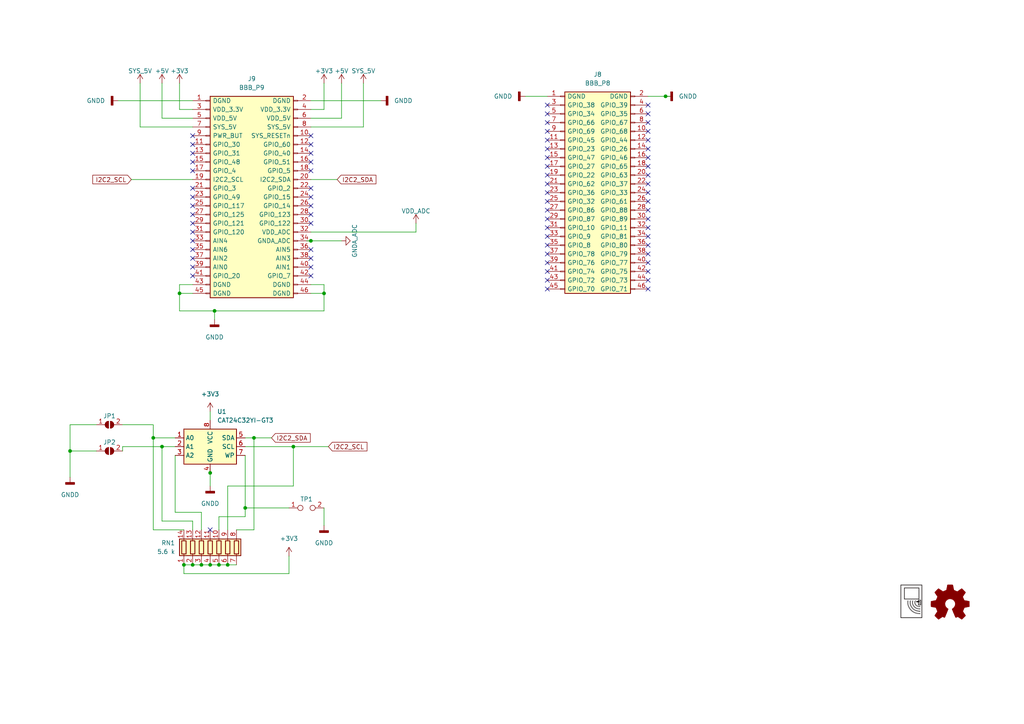
<source format=kicad_sch>
(kicad_sch (version 20211123) (generator eeschema)
  (paper "A4")
  (title_block (comment 2 "CC BY 4.0"))
  (lib_symbols
    (symbol "Beaglebone_black_p8:BBB_P8" (pin_names (offset 2))
      (property "Reference" "J" (at 8 30.48 0))
      (property "Value" "BBB_P8" (at 9 -30.48 0))
      (symbol "BBB_P8_1_1"
        (rectangle (start -2.54 -27.813) (end -1.27 -28.067) (stroke (width 0.1524)))
        (rectangle (start -2.54 -25.273) (end -1.27 -25.527) (stroke (width 0.1524)))
        (rectangle (start -2.54 -22.733) (end -1.27 -22.987) (stroke (width 0.1524)))
        (rectangle (start -2.54 -20.193) (end -1.27 -20.447) (stroke (width 0.1524)))
        (rectangle (start -2.54 -17.653) (end -1.27 -17.907) (stroke (width 0.1524)))
        (rectangle (start -2.54 -15.113) (end -1.27 -15.367) (stroke (width 0.1524)))
        (rectangle (start -2.54 -12.573) (end -1.27 -12.827) (stroke (width 0.1524)))
        (rectangle (start -2.54 -10.033) (end -1.27 -10.287) (stroke (width 0.1524)))
        (rectangle (start -2.54 -7.493) (end -1.27 -7.747) (stroke (width 0.1524)))
        (rectangle (start -2.54 -4.953) (end -1.27 -5.207) (stroke (width 0.1524)))
        (rectangle (start -2.54 -2.413) (end -1.27 -2.667) (stroke (width 0.1524)))
        (rectangle (start -2.54 0.127) (end -1.27 -0.127) (stroke (width 0.1524)))
        (rectangle (start -2.54 2.667) (end -1.27 2.413) (stroke (width 0.1524)))
        (rectangle (start -2.54 5.207) (end -1.27 4.953) (stroke (width 0.1524)))
        (rectangle (start -2.54 7.747) (end -1.27 7.493) (stroke (width 0.1524)))
        (rectangle (start -2.54 10.287) (end -1.27 10.033) (stroke (width 0.1524)))
        (rectangle (start -2.54 12.827) (end -1.27 12.573) (stroke (width 0.1524)))
        (rectangle (start -2.54 15.367) (end -1.27 15.113) (stroke (width 0.1524)))
        (rectangle (start -2.54 17.907) (end -1.27 17.653) (stroke (width 0.1524)))
        (rectangle (start -2.54 20.447) (end -1.27 20.193) (stroke (width 0.1524)))
        (rectangle (start -2.54 22.987) (end -1.27 22.733) (stroke (width 0.1524)))
        (rectangle (start -2.54 25.527) (end -1.27 25.273) (stroke (width 0.1524)))
        (rectangle (start -2.54 28.067) (end -1.27 27.813) (stroke (width 0.1524)))
        (rectangle (start -1.27 29.21) (end 17.78 -29.21) (stroke (width 0.254)) (fill (type background)))
        (rectangle (start 19.05 -27.813) (end 17.78 -28.067) (stroke (width 0.1524)))
        (rectangle (start 19.05 -25.273) (end 17.78 -25.527) (stroke (width 0.1524)))
        (rectangle (start 19.05 -22.733) (end 17.78 -22.987) (stroke (width 0.1524)))
        (rectangle (start 19.05 -20.193) (end 17.78 -20.447) (stroke (width 0.1524)))
        (rectangle (start 19.05 -17.653) (end 17.78 -17.907) (stroke (width 0.1524)))
        (rectangle (start 19.05 -15.113) (end 17.78 -15.367) (stroke (width 0.1524)))
        (rectangle (start 19.05 -12.573) (end 17.78 -12.827) (stroke (width 0.1524)))
        (rectangle (start 19.05 -10.033) (end 17.78 -10.287) (stroke (width 0.1524)))
        (rectangle (start 19.05 -7.493) (end 17.78 -7.747) (stroke (width 0.1524)))
        (rectangle (start 19.05 -4.953) (end 17.78 -5.207) (stroke (width 0.1524)))
        (rectangle (start 19.05 -2.413) (end 17.78 -2.667) (stroke (width 0.1524)))
        (rectangle (start 19.05 0.127) (end 17.78 -0.127) (stroke (width 0.1524)))
        (rectangle (start 19.05 2.667) (end 17.78 2.413) (stroke (width 0.1524)))
        (rectangle (start 19.05 5.207) (end 17.78 4.953) (stroke (width 0.1524)))
        (rectangle (start 19.05 7.747) (end 17.78 7.493) (stroke (width 0.1524)))
        (rectangle (start 19.05 10.287) (end 17.78 10.033) (stroke (width 0.1524)))
        (rectangle (start 19.05 12.827) (end 17.78 12.573) (stroke (width 0.1524)))
        (rectangle (start 19.05 15.367) (end 17.78 15.113) (stroke (width 0.1524)))
        (rectangle (start 19.05 17.907) (end 17.78 17.653) (stroke (width 0.1524)))
        (rectangle (start 19.05 20.447) (end 17.78 20.193) (stroke (width 0.1524)))
        (rectangle (start 19.05 22.987) (end 17.78 22.733) (stroke (width 0.1524)))
        (rectangle (start 19.05 25.527) (end 17.78 25.273) (stroke (width 0.1524)))
        (rectangle (start 19.05 28.067) (end 17.78 27.813) (stroke (width 0.1524)))
        (pin passive line (at -6.35 27.94 0) (length 3.81) (name "DGND") (number "1"))
        (pin passive line (at 22.86 17.78 180) (length 3.81) (name "GPIO_68") (number "10"))
        (pin passive line (at -6.35 15.24 0) (length 3.81) (name "GPIO_45") (number "11"))
        (pin passive line (at 22.86 15.24 180) (length 3.81) (name "GPIO_44") (number "12"))
        (pin passive line (at -6.35 12.7 0) (length 3.81) (name "GPIO_23") (number "13"))
        (pin passive line (at 22.86 12.7 180) (length 3.81) (name "GPIO_26") (number "14"))
        (pin passive line (at -6.35 10.16 0) (length 3.81) (name "GPIO_47") (number "15"))
        (pin passive line (at 22.86 10.16 180) (length 3.81) (name "GPIO_46") (number "16"))
        (pin passive line (at -6.35 7.62 0) (length 3.81) (name "GPIO_27") (number "17"))
        (pin passive line (at 22.86 7.62 180) (length 3.81) (name "GPIO_65") (number "18"))
        (pin passive line (at -6.35 5.08 0) (length 3.81) (name "GPIO_22") (number "19"))
        (pin passive line (at 22.86 27.94 180) (length 3.81) (name "DGND") (number "2"))
        (pin passive line (at 22.86 5.08 180) (length 3.81) (name "GPIO_63") (number "20"))
        (pin passive line (at -6.35 2.54 0) (length 3.81) (name "GPIO_62") (number "21"))
        (pin passive line (at 22.86 2.54 180) (length 3.81) (name "GPIO_37") (number "22"))
        (pin passive line (at -6.35 0 0) (length 3.81) (name "GPIO_36") (number "23"))
        (pin passive line (at 22.86 0 180) (length 3.81) (name "GPIO_33") (number "24"))
        (pin passive line (at -6.35 -2.54 0) (length 3.81) (name "GPIO_32") (number "25"))
        (pin passive line (at 22.86 -2.54 180) (length 3.81) (name "GPIO_61") (number "26"))
        (pin passive line (at -6.35 -5.08 0) (length 3.81) (name "GPIO_86") (number "27"))
        (pin passive line (at 22.86 -5.08 180) (length 3.81) (name "GPIO_88") (number "28"))
        (pin passive line (at -6.35 -7.62 0) (length 3.81) (name "GPIO_87") (number "29"))
        (pin passive line (at -6.35 25.4 0) (length 3.81) (name "GPIO_38") (number "3"))
        (pin passive line (at 22.86 -7.62 180) (length 3.81) (name "GPIO_89") (number "30"))
        (pin passive line (at -6.35 -10.16 0) (length 3.81) (name "GPIO_10") (number "31"))
        (pin passive line (at 22.86 -10.16 180) (length 3.81) (name "GPIO_11") (number "32"))
        (pin passive line (at -6.35 -12.7 0) (length 3.81) (name "GPIO_9") (number "33"))
        (pin passive line (at 22.86 -12.7 180) (length 3.81) (name "GPIO_81") (number "34"))
        (pin passive line (at -6.35 -15.24 0) (length 3.81) (name "GPIO_8") (number "35"))
        (pin passive line (at 22.86 -15.24 180) (length 3.81) (name "GPIO_80") (number "36"))
        (pin passive line (at -6.35 -17.78 0) (length 3.81) (name "GPIO_78") (number "37"))
        (pin passive line (at 22.86 -17.78 180) (length 3.81) (name "GPIO_79") (number "38"))
        (pin passive line (at -6.35 -20.32 0) (length 3.81) (name "GPIO_76") (number "39"))
        (pin passive line (at 22.86 25.4 180) (length 3.81) (name "GPIO_39") (number "4"))
        (pin passive line (at 22.86 -20.32 180) (length 3.81) (name "GPIO_77") (number "40"))
        (pin passive line (at -6.35 -22.86 0) (length 3.81) (name "GPIO_74") (number "41"))
        (pin passive line (at 22.86 -22.86 180) (length 3.81) (name "GPIO_75") (number "42"))
        (pin passive line (at -6.35 -25.4 0) (length 3.81) (name "GPIO_72") (number "43"))
        (pin passive line (at 22.86 -25.4 180) (length 3.81) (name "GPIO_73") (number "44"))
        (pin passive line (at -6.35 -27.94 0) (length 3.81) (name "GPIO_70") (number "45"))
        (pin passive line (at 22.86 -27.94 180) (length 3.81) (name "GPIO_71") (number "46"))
        (pin passive line (at -6.35 22.86 0) (length 3.81) (name "GPIO_34") (number "5"))
        (pin passive line (at 22.86 22.86 180) (length 3.81) (name "GPIO_35") (number "6"))
        (pin passive line (at -6.35 20.32 0) (length 3.81) (name "GPIO_66") (number "7"))
        (pin passive line (at 22.86 20.32 180) (length 3.81) (name "GPIO_67") (number "8"))
        (pin passive line (at -6.35 17.78 0) (length 3.81) (name "GPIO_69") (number "9"))
      )
    )
    (symbol "Beaglebone_black_p9:BBB_P9" (pin_names (offset 2))
      (property "Reference" "J" (at 10 30.48 0))
      (property "Value" "BBB_P9" (at 10 -30.48 0))
      (symbol "BBB_P9_1_1"
        (rectangle (start -2.54 -27.813) (end -1.27 -28.067) (stroke (width 0.1524)))
        (rectangle (start -2.54 -25.273) (end -1.27 -25.527) (stroke (width 0.1524)))
        (rectangle (start -2.54 -22.733) (end -1.27 -22.987) (stroke (width 0.1524)))
        (rectangle (start -2.54 -20.193) (end -1.27 -20.447) (stroke (width 0.1524)))
        (rectangle (start -2.54 -17.653) (end -1.27 -17.907) (stroke (width 0.1524)))
        (rectangle (start -2.54 -15.113) (end -1.27 -15.367) (stroke (width 0.1524)))
        (rectangle (start -2.54 -12.573) (end -1.27 -12.827) (stroke (width 0.1524)))
        (rectangle (start -2.54 -10.033) (end -1.27 -10.287) (stroke (width 0.1524)))
        (rectangle (start -2.54 -7.493) (end -1.27 -7.747) (stroke (width 0.1524)))
        (rectangle (start -2.54 -4.953) (end -1.27 -5.207) (stroke (width 0.1524)))
        (rectangle (start -2.54 -2.413) (end -1.27 -2.667) (stroke (width 0.1524)))
        (rectangle (start -2.54 0.127) (end -1.27 -0.127) (stroke (width 0.1524)))
        (rectangle (start -2.54 2.667) (end -1.27 2.413) (stroke (width 0.1524)))
        (rectangle (start -2.54 5.207) (end -1.27 4.953) (stroke (width 0.1524)))
        (rectangle (start -2.54 7.747) (end -1.27 7.493) (stroke (width 0.1524)))
        (rectangle (start -2.54 10.287) (end -1.27 10.033) (stroke (width 0.1524)))
        (rectangle (start -2.54 12.827) (end -1.27 12.573) (stroke (width 0.1524)))
        (rectangle (start -2.54 15.367) (end -1.27 15.113) (stroke (width 0.1524)))
        (rectangle (start -2.54 17.907) (end -1.27 17.653) (stroke (width 0.1524)))
        (rectangle (start -2.54 20.447) (end -1.27 20.193) (stroke (width 0.1524)))
        (rectangle (start -2.54 22.987) (end -1.27 22.733) (stroke (width 0.1524)))
        (rectangle (start -2.54 25.527) (end -1.27 25.273) (stroke (width 0.1524)))
        (rectangle (start -2.54 28.067) (end -1.27 27.813) (stroke (width 0.1524)))
        (rectangle (start -1.27 29.21) (end 22.86 -29.21) (stroke (width 0.254)) (fill (type background)))
        (rectangle (start 24.13 -27.813) (end 22.86 -28.067) (stroke (width 0.1524)))
        (rectangle (start 24.13 -25.273) (end 22.86 -25.527) (stroke (width 0.1524)))
        (rectangle (start 24.13 -22.733) (end 22.86 -22.987) (stroke (width 0.1524)))
        (rectangle (start 24.13 -20.193) (end 22.86 -20.447) (stroke (width 0.1524)))
        (rectangle (start 24.13 -17.653) (end 22.86 -17.907) (stroke (width 0.1524)))
        (rectangle (start 24.13 -15.113) (end 22.86 -15.367) (stroke (width 0.1524)))
        (rectangle (start 24.13 -12.573) (end 22.86 -12.827) (stroke (width 0.1524)))
        (rectangle (start 24.13 -10.033) (end 22.86 -10.287) (stroke (width 0.1524)))
        (rectangle (start 24.13 -7.493) (end 22.86 -7.747) (stroke (width 0.1524)))
        (rectangle (start 24.13 -4.953) (end 22.86 -5.207) (stroke (width 0.1524)))
        (rectangle (start 24.13 -2.413) (end 22.86 -2.667) (stroke (width 0.1524)))
        (rectangle (start 24.13 0.127) (end 22.86 -0.127) (stroke (width 0.1524)))
        (rectangle (start 24.13 2.667) (end 22.86 2.413) (stroke (width 0.1524)))
        (rectangle (start 24.13 5.207) (end 22.86 4.953) (stroke (width 0.1524)))
        (rectangle (start 24.13 7.747) (end 22.86 7.493) (stroke (width 0.1524)))
        (rectangle (start 24.13 10.287) (end 22.86 10.033) (stroke (width 0.1524)))
        (rectangle (start 24.13 12.827) (end 22.86 12.573) (stroke (width 0.1524)))
        (rectangle (start 24.13 15.367) (end 22.86 15.113) (stroke (width 0.1524)))
        (rectangle (start 24.13 17.907) (end 22.86 17.653) (stroke (width 0.1524)))
        (rectangle (start 24.13 20.447) (end 22.86 20.193) (stroke (width 0.1524)))
        (rectangle (start 24.13 22.987) (end 22.86 22.733) (stroke (width 0.1524)))
        (rectangle (start 24.13 25.527) (end 22.86 25.273) (stroke (width 0.1524)))
        (rectangle (start 24.13 28.067) (end 22.86 27.813) (stroke (width 0.1524)))
        (pin power_out line (at -6.35 27.94 0) (length 3.81) (name "DGND") (number "1"))
        (pin passive line (at 27.94 17.78 180) (length 3.81) (name "SYS_RESETn") (number "10"))
        (pin passive line (at -6.35 15.24 0) (length 3.81) (name "GPIO_30") (number "11"))
        (pin passive line (at 27.94 15.24 180) (length 3.81) (name "GPIO_60") (number "12"))
        (pin passive line (at -6.35 12.7 0) (length 3.81) (name "GPIO_31") (number "13"))
        (pin passive line (at 27.94 12.7 180) (length 3.81) (name "GPIO_40") (number "14"))
        (pin passive line (at -6.35 10.16 0) (length 3.81) (name "GPIO_48") (number "15"))
        (pin passive line (at 27.94 10.16 180) (length 3.81) (name "GPIO_51") (number "16"))
        (pin passive line (at -6.35 7.62 0) (length 3.81) (name "GPIO_4") (number "17"))
        (pin passive line (at 27.94 7.62 180) (length 3.81) (name "GPIO_5") (number "18"))
        (pin passive line (at -6.35 5.08 0) (length 3.81) (name "I2C2_SCL") (number "19"))
        (pin passive line (at 27.94 27.94 180) (length 3.81) (name "DGND") (number "2"))
        (pin passive line (at 27.94 5.08 180) (length 3.81) (name "I2C2_SDA") (number "20"))
        (pin passive line (at -6.35 2.54 0) (length 3.81) (name "GPIO_3") (number "21"))
        (pin passive line (at 27.94 2.54 180) (length 3.81) (name "GPIO_2") (number "22"))
        (pin passive line (at -6.35 0 0) (length 3.81) (name "GPIO_49") (number "23"))
        (pin passive line (at 27.94 0 180) (length 3.81) (name "GPIO_15") (number "24"))
        (pin passive line (at -6.35 -2.54 0) (length 3.81) (name "GPIO_117") (number "25"))
        (pin passive line (at 27.94 -2.54 180) (length 3.81) (name "GPIO_14") (number "26"))
        (pin passive line (at -6.35 -5.08 0) (length 3.81) (name "GPIO_125") (number "27"))
        (pin passive line (at 27.94 -5.08 180) (length 3.81) (name "GPIO_123") (number "28"))
        (pin passive line (at -6.35 -7.62 0) (length 3.81) (name "GPIO_121") (number "29"))
        (pin power_out line (at -6.35 25.4 0) (length 3.81) (name "VDD_3.3V") (number "3"))
        (pin passive line (at 27.94 -7.62 180) (length 3.81) (name "GPIO_122") (number "30"))
        (pin passive line (at -6.35 -10.16 0) (length 3.81) (name "GPIO_120") (number "31"))
        (pin power_out line (at 27.94 -10.16 180) (length 3.81) (name "VDD_ADC") (number "32"))
        (pin passive line (at -6.35 -12.7 0) (length 3.81) (name "AIN4") (number "33"))
        (pin power_out line (at 27.94 -12.7 180) (length 3.81) (name "GNDA_ADC") (number "34"))
        (pin passive line (at -6.35 -15.24 0) (length 3.81) (name "AIN6") (number "35"))
        (pin passive line (at 27.94 -15.24 180) (length 3.81) (name "AIN5") (number "36"))
        (pin passive line (at -6.35 -17.78 0) (length 3.81) (name "AIN2") (number "37"))
        (pin passive line (at 27.94 -17.78 180) (length 3.81) (name "AIN3") (number "38"))
        (pin passive line (at -6.35 -20.32 0) (length 3.81) (name "AIN0") (number "39"))
        (pin passive line (at 27.94 25.4 180) (length 3.81) (name "VDD_3.3V") (number "4"))
        (pin passive line (at 27.94 -20.32 180) (length 3.81) (name "AIN1") (number "40"))
        (pin passive line (at -6.35 -22.86 0) (length 3.81) (name "GPIO_20") (number "41"))
        (pin passive line (at 27.94 -22.86 180) (length 3.81) (name "GPIO_7") (number "42"))
        (pin passive line (at -6.35 -25.4 0) (length 3.81) (name "DGND") (number "43"))
        (pin passive line (at 27.94 -25.4 180) (length 3.81) (name "DGND") (number "44"))
        (pin passive line (at -6.35 -27.94 0) (length 3.81) (name "DGND") (number "45"))
        (pin passive line (at 27.94 -27.94 180) (length 3.81) (name "DGND") (number "46"))
        (pin power_out line (at -6.35 22.86 0) (length 3.81) (name "VDD_5V") (number "5"))
        (pin passive line (at 27.94 22.86 180) (length 3.81) (name "VDD_5V") (number "6"))
        (pin power_out line (at -6.35 20.32 0) (length 3.81) (name "SYS_5V") (number "7"))
        (pin passive line (at 27.94 20.32 180) (length 3.81) (name "SYS_5V") (number "8"))
        (pin passive line (at -6.35 17.78 0) (length 3.81) (name "PWR_BUT") (number "9"))
      )
    )
    (symbol "Connector:TestPoint_2Pole" (pin_names (offset 0.762) hide)
      (property "Reference" "TP" (at 0 1.524 0))
      (property "Value" "TestPoint_2Pole" (at 0 -1.778 0))
      (symbol "TestPoint_2Pole_0_1"
        (circle (center -1.778 0) (radius 0.762))
        (circle (center 1.778 0) (radius 0.762))
        (pin passive line (at -5.08 0 0) (length 2.54) (name "1") (number "1"))
        (pin passive line (at 5.08 0 180) (length 2.54) (name "2") (number "2"))
      )
    )
    (symbol "Device:R_Pack07" (pin_names (offset 0) hide)
      (property "Reference" "RN1" (at -10.16 1.2701 0))
      (property "Value" "5.6 k" (at -10.16 -1.2699 0))
      (symbol "R_Pack07_0_1"
        (rectangle (start -8.89 -2.413) (end 8.89 2.413) (stroke (width 0.254)) (fill (type background)))
        (rectangle (start -8.255 1.905) (end -6.985 -1.905) (stroke (width 0.254)))
        (rectangle (start -5.715 1.905) (end -4.445 -1.905) (stroke (width 0.254)))
        (rectangle (start -3.175 1.905) (end -1.905 -1.905) (stroke (width 0.254)))
        (rectangle (start -0.635 1.905) (end 0.635 -1.905) (stroke (width 0.254)))
        (polyline (pts (xy -7.62 -2.54) (xy -7.62 -1.905)))
        (polyline (pts (xy -7.62 1.905) (xy -7.62 2.54)))
        (polyline (pts (xy -5.08 -2.54) (xy -5.08 -1.905)))
        (polyline (pts (xy -5.08 1.905) (xy -5.08 2.54)))
        (polyline (pts (xy -2.54 -2.54) (xy -2.54 -1.905)))
        (polyline (pts (xy -2.54 1.905) (xy -2.54 2.54)))
        (polyline (pts (xy 0 -2.54) (xy 0 -1.905)))
        (polyline (pts (xy 0 1.905) (xy 0 2.54)))
        (polyline (pts (xy 2.54 -2.54) (xy 2.54 -1.905)))
        (polyline (pts (xy 2.54 1.905) (xy 2.54 2.54)))
        (polyline (pts (xy 5.08 -2.54) (xy 5.08 -1.905)))
        (polyline (pts (xy 5.08 1.905) (xy 5.08 2.54)))
        (polyline (pts (xy 7.62 -2.54) (xy 7.62 -1.905)))
        (polyline (pts (xy 7.62 1.905) (xy 7.62 2.54)))
        (rectangle (start 1.905 1.905) (end 3.175 -1.905) (stroke (width 0.254)))
        (rectangle (start 4.445 1.905) (end 5.715 -1.905) (stroke (width 0.254)))
        (rectangle (start 6.985 1.905) (end 8.255 -1.905) (stroke (width 0.254)))
      )
      (symbol "R_Pack07_1_1"
        (pin passive line (at -7.62 -5.08 90) (length 2.54) (name "R1.1") (number "1"))
        (pin passive line (at 2.54 5.08 270) (length 2.54) (name "R5.2") (number "10"))
        (pin passive line (at 0 5.08 270) (length 2.54) (name "R4.2") (number "11"))
        (pin passive line (at -2.54 5.08 270) (length 2.54) (name "R3.2") (number "12"))
        (pin passive line (at -5.08 5.08 270) (length 2.54) (name "R2.2") (number "13"))
        (pin passive line (at -7.62 5.08 270) (length 2.54) (name "R1.2") (number "14"))
        (pin passive line (at -5.08 -5.08 90) (length 2.54) (name "R2.1") (number "2"))
        (pin passive line (at -2.54 -5.08 90) (length 2.54) (name "R3.1") (number "3"))
        (pin passive line (at 0 -5.08 90) (length 2.54) (name "R4.1") (number "4"))
        (pin passive line (at 2.54 -5.08 90) (length 2.54) (name "R5.1") (number "5"))
        (pin passive line (at 5.08 -5.08 90) (length 2.54) (name "R6.1") (number "6"))
        (pin passive line (at 7.62 -5.08 90) (length 2.54) (name "R7.1") (number "7"))
        (pin passive line (at 7.62 5.08 270) (length 2.54) (name "R7.2") (number "8"))
        (pin passive line (at 5.08 5.08 270) (length 2.54) (name "R6.2") (number "9"))
      )
    )
    (symbol "Graphic:Logo_Open_Hardware_Small" (pin_names (offset 1.016))
      (symbol "Logo_Open_Hardware_Small_0_1"
        (polyline (pts (xy 3.3528 -4.3434) (xy 3.302 -4.318) (xy 3.175 -4.2418) (xy 2.9972 -4.1148) (xy 2.7686 -3.9624) (xy 2.54 -3.81) (xy 2.3622 -3.7084) (xy 2.2352 -3.6068) (xy 2.1844 -3.5814) (xy 2.159 -3.6068) (xy 2.0574 -3.6576) (xy 1.905 -3.7338) (xy 1.8034 -3.7846) (xy 1.6764 -3.8354) (xy 1.6002 -3.8354) (xy 1.6002 -3.8354) (xy 1.5494 -3.7338) (xy 1.4732 -3.5306) (xy 1.3462 -3.302) (xy 1.2446 -3.0226) (xy 1.1176 -2.7178) (xy 0.9652 -2.413) (xy 0.8636 -2.1082) (xy 0.7366 -1.8288) (xy 0.6604 -1.6256) (xy 0.6096 -1.4732) (xy 0.5842 -1.397) (xy 0.5842 -1.397) (xy 0.6604 -1.3208) (xy 0.7874 -1.2446) (xy 1.0414 -1.016) (xy 1.2954 -0.6858) (xy 1.4478 -0.3302) (xy 1.524 0.0762) (xy 1.4732 0.4572) (xy 1.3208 0.8128) (xy 1.0668 1.143) (xy 0.762 1.3716) (xy 0.4064 1.524) (xy 0 1.5748) (xy -0.381 1.5494) (xy -0.7366 1.397) (xy -1.0668 1.143) (xy -1.2192 0.9906) (xy -1.397 0.6604) (xy -1.524 0.3048) (xy -1.524 0.2286) (xy -1.4986 -0.1778) (xy -1.397 -0.5334) (xy -1.1938 -0.8636) (xy -0.9144 -1.143) (xy -0.8636 -1.1684) (xy -0.7366 -1.27) (xy -0.635 -1.3462) (xy -0.5842 -1.397) (xy -1.0668 -2.5908) (xy -1.143 -2.794) (xy -1.2954 -3.1242) (xy -1.397 -3.4036) (xy -1.4986 -3.6322) (xy -1.5748 -3.7846) (xy -1.6002 -3.8354) (xy -1.6002 -3.8354) (xy -1.651 -3.8354) (xy -1.7272 -3.81) (xy -1.905 -3.7338) (xy -2.0066 -3.683) (xy -2.1336 -3.6068) (xy -2.2098 -3.5814) (xy -2.2606 -3.6068) (xy -2.3622 -3.683) (xy -2.54 -3.81) (xy -2.7686 -3.9624) (xy -2.9718 -4.0894) (xy -3.1496 -4.2164) (xy -3.302 -4.318) (xy -3.3528 -4.3434) (xy -3.3782 -4.3434) (xy -3.429 -4.318) (xy -3.5306 -4.2164) (xy -3.7084 -4.064) (xy -3.937 -3.8354) (xy -3.9624 -3.81) (xy -4.1656 -3.6068) (xy -4.318 -3.4544) (xy -4.4196 -3.3274) (xy -4.445 -3.2766) (xy -4.445 -3.2766) (xy -4.4196 -3.2258) (xy -4.318 -3.0734) (xy -4.2164 -2.8956) (xy -4.064 -2.667) (xy -3.6576 -2.0828) (xy -3.8862 -1.5494) (xy -3.937 -1.3716) (xy -4.0386 -1.1684) (xy -4.0894 -1.0414) (xy -4.1148 -0.9652) (xy -4.191 -0.9398) (xy -4.318 -0.9144) (xy -4.5466 -0.8636) (xy -4.8006 -0.8128) (xy -5.0546 -0.7874) (xy -5.2578 -0.7366) (xy -5.4356 -0.7112) (xy -5.5118 -0.6858) (xy -5.5118 -0.6858) (xy -5.5372 -0.635) (xy -5.5372 -0.5588) (xy -5.5372 -0.4318) (xy -5.5626 -0.2286) (xy -5.5626 0.0762) (xy -5.5626 0.127) (xy -5.5372 0.4064) (xy -5.5372 0.635) (xy -5.5372 0.762) (xy -5.5372 0.8382) (xy -5.5372 0.8382) (xy -5.461 0.8382) (xy -5.3086 0.889) (xy -5.08 0.9144) (xy -4.826 0.9652) (xy -4.8006 0.9906) (xy -4.5466 1.0414) (xy -4.318 1.0668) (xy -4.1656 1.1176) (xy -4.0894 1.143) (xy -4.0894 1.143) (xy -4.0386 1.2446) (xy -3.9624 1.4224) (xy -3.8608 1.6256) (xy -3.7846 1.8288) (xy -3.7084 2.0066) (xy -3.6576 2.159) (xy -3.6322 2.2098) (xy -3.6322 2.2098) (xy -3.683 2.286) (xy -3.7592 2.413) (xy -3.8862 2.5908) (xy -4.064 2.8194) (xy -4.064 2.8448) (xy -4.2164 3.0734) (xy -4.3434 3.2512) (xy -4.4196 3.3782) (xy -4.445 3.4544) (xy -4.445 3.4544) (xy -4.3942 3.5052) (xy -4.2926 3.6322) (xy -4.1148 3.81) (xy -3.937 4.0132) (xy -3.8608 4.064) (xy -3.6576 4.2926) (xy -3.5052 4.4196) (xy -3.4036 4.4958) (xy -3.3528 4.5212) (xy -3.3528 4.5212) (xy -3.302 4.4704) (xy -3.1496 4.3688) (xy -2.9718 4.2418) (xy -2.7432 4.0894) (xy -2.7178 4.0894) (xy -2.4892 3.937) (xy -2.3114 3.81) (xy -2.1844 3.7084) (xy -2.1336 3.683) (xy -2.1082 3.683) (xy -2.032 3.7084) (xy -1.8542 3.7592) (xy -1.6764 3.8354) (xy -1.4732 3.937) (xy -1.27 4.0132) (xy -1.143 4.064) (xy -1.0668 4.1148) (xy -1.0668 4.1148) (xy -1.0414 4.191) (xy -1.016 4.3434) (xy -0.9652 4.572) (xy -0.9144 4.8514) (xy -0.889 4.9022) (xy -0.8382 5.1562) (xy -0.8128 5.3848) (xy -0.7874 5.5372) (xy -0.762 5.588) (xy -0.7112 5.6134) (xy -0.5842 5.6134) (xy -0.4064 5.6134) (xy -0.1524 5.6134) (xy 0.0762 5.6134) (xy 0.3302 5.6134) (xy 0.5334 5.6134) (xy 0.6858 5.588) (xy 0.7366 5.588) (xy 0.7366 5.588) (xy 0.762 5.5118) (xy 0.8128 5.334) (xy 0.8382 5.1054) (xy 0.9144 4.826) (xy 0.9144 4.7752) (xy 0.9652 4.5212) (xy 1.016 4.2926) (xy 1.0414 4.1402) (xy 1.0668 4.0894) (xy 1.0668 4.0894) (xy 1.1938 4.0386) (xy 1.3716 3.9624) (xy 1.5748 3.8608) (xy 2.0828 3.6576) (xy 2.7178 4.0894) (xy 2.7686 4.1402) (xy 2.9972 4.2926) (xy 3.175 4.4196) (xy 3.302 4.4958) (xy 3.3782 4.5212) (xy 3.3782 4.5212) (xy 3.429 4.4704) (xy 3.556 4.3434) (xy 3.7338 4.191) (xy 3.9116 3.9878) (xy 4.064 3.8354) (xy 4.2418 3.6576) (xy 4.3434 3.556) (xy 4.4196 3.4798) (xy 4.4196 3.429) (xy 4.4196 3.4036) (xy 4.3942 3.3274) (xy 4.2926 3.2004) (xy 4.1656 2.9972) (xy 4.0132 2.794) (xy 3.8862 2.5908) (xy 3.7592 2.3876) (xy 3.6576 2.2352) (xy 3.6322 2.159) (xy 3.6322 2.1336) (xy 3.683 2.0066) (xy 3.7592 1.8288) (xy 3.8608 1.6002) (xy 4.064 1.1176) (xy 4.3942 1.0414) (xy 4.5974 1.016) (xy 4.8768 0.9652) (xy 5.1308 0.9144) (xy 5.5372 0.8382) (xy 5.5626 -0.6604) (xy 5.4864 -0.6858) (xy 5.4356 -0.6858) (xy 5.2832 -0.7366) (xy 5.0546 -0.762) (xy 4.8006 -0.8128) (xy 4.5974 -0.8636) (xy 4.3688 -0.9144) (xy 4.2164 -0.9398) (xy 4.1402 -0.9398) (xy 4.1148 -0.9652) (xy 4.064 -1.0668) (xy 3.9878 -1.2446) (xy 3.9116 -1.4478) (xy 3.81 -1.651) (xy 3.7338 -1.8542) (xy 3.683 -2.0066) (xy 3.6576 -2.0828) (xy 3.683 -2.1336) (xy 3.7846 -2.2606) (xy 3.8862 -2.4638) (xy 4.0386 -2.667) (xy 4.191 -2.8956) (xy 4.318 -3.0734) (xy 4.3942 -3.2004) (xy 4.445 -3.2766) (xy 4.4196 -3.3274) (xy 4.3434 -3.429) (xy 4.1656 -3.5814) (xy 3.937 -3.8354) (xy 3.8862 -3.8608) (xy 3.683 -4.064) (xy 3.5306 -4.2164) (xy 3.4036 -4.318) (xy 3.3528 -4.3434)) (fill (type outline)))
      )
    )
    (symbol "Jumper:SolderJumper_2_Open" (pin_names (offset 0) hide)
      (property "Reference" "JP" (at 0 2.032 0))
      (property "Value" "SolderJumper_2_Open" (at 0 -2.54 0))
      (symbol "SolderJumper_2_Open_0_1"
        (arc (start -0.254 1.016) (mid -1.27 0) (end -0.254 -1.016))
        (arc (start -0.254 1.016) (mid -1.27 0) (end -0.254 -1.016) (fill (type outline)))
        (polyline (pts (xy -0.254 1.016) (xy -0.254 -1.016)))
        (polyline (pts (xy 0.254 1.016) (xy 0.254 -1.016)))
        (arc (start 0.254 -1.016) (mid 1.27 0) (end 0.254 1.016))
        (arc (start 0.254 -1.016) (mid 1.27 0) (end 0.254 1.016) (fill (type outline)))
      )
      (symbol "SolderJumper_2_Open_1_1"
        (pin passive line (at -3.81 0 0) (length 2.54) (name "A") (number "1"))
        (pin passive line (at 3.81 0 180) (length 2.54) (name "B") (number "2"))
      )
    )
    (symbol "Memory_EEPROM:24LC32"
      (property "Reference" "U" (at -6.35 6.35 0))
      (property "Value" "24LC32" (at 1.27 6.35 0))
      (symbol "24LC32_1_1"
        (rectangle (start -7.62 5.08) (end 7.62 -5.08) (stroke (width 0.254)) (fill (type background)))
        (pin input line (at -10.16 2.54 0) (length 2.54) (name "A0") (number "1"))
        (pin input line (at -10.16 0 0) (length 2.54) (name "A1") (number "2"))
        (pin input line (at -10.16 -2.54 0) (length 2.54) (name "A2") (number "3"))
        (pin power_in line (at 0 -7.62 90) (length 2.54) (name "GND") (number "4"))
        (pin bidirectional line (at 10.16 2.54 180) (length 2.54) (name "SDA") (number "5"))
        (pin input line (at 10.16 0 180) (length 2.54) (name "SCL") (number "6"))
        (pin input line (at 10.16 -2.54 180) (length 2.54) (name "WP") (number "7"))
        (pin power_in line (at 0 7.62 270) (length 2.54) (name "VCC") (number "8"))
      )
    )
    (symbol "power:+3.3V" (power) (pin_names (offset 0))
      (property "Value" "+3.3V" (at 0 3.556 0))
      (symbol "+3.3V_0_1"
        (polyline (pts (xy -0.762 1.27) (xy 0 2.54)))
        (polyline (pts (xy 0 0) (xy 0 2.54)))
        (polyline (pts (xy 0 2.54) (xy 0.762 1.27)))
      )
      (symbol "+3.3V_1_1"
        (pin power_in line (at 0 0 90) (length 0) hide (name "+3V3") (number "1"))
      )
    )
    (symbol "power:+5V" (power) (pin_names (offset 0))
      (property "Value" "+5V" (at 0 3.556 0))
      (symbol "+5V_0_1"
        (polyline (pts (xy -0.762 1.27) (xy 0 2.54)))
        (polyline (pts (xy 0 0) (xy 0 2.54)))
        (polyline (pts (xy 0 2.54) (xy 0.762 1.27)))
      )
      (symbol "+5V_1_1"
        (pin power_in line (at 0 0 90) (length 0) hide (name "+5V") (number "1"))
      )
    )
    (symbol "power:GNDD" (power) (pin_names (offset 0))
      (property "Value" "GNDD" (at 0 -3.175 0))
      (symbol "GNDD_0_1"
        (rectangle (start -1.27 -1.524) (end 1.27 -2.032) (stroke (width 0.254)) (fill (type outline)))
        (polyline (pts (xy 0 0) (xy 0 -1.524)))
      )
      (symbol "GNDD_1_1"
        (pin power_in line (at 0 0 270) (length 0) hide (name "GNDD") (number "1"))
      )
    )
    (symbol "pwr_BeagleBone:GNDA_ADC" (power) (pin_names (offset 0))
      (property "Value" "GNDA_ADC" (at 0 -3.81 0))
      (symbol "GNDA_ADC_0_1"
        (polyline (pts (xy 0 0) (xy 0 -1.27) (xy 1.27 -1.27) (xy 0 -2.54) (xy -1.27 -1.27) (xy 0 -1.27)))
      )
      (symbol "GNDA_ADC_1_1"
        (pin power_in line (at 0 0 270) (length 0) hide (name "GNDA_ADC") (number "1"))
      )
    )
    (symbol "pwr_BeagleBone:SYS_5V" (power) (pin_names (offset 0))
      (property "Value" "SYS_5V" (at 0 3.556 0))
      (symbol "SYS_5V_0_1"
        (polyline (pts (xy -0.762 1.27) (xy 0 2.54)))
        (polyline (pts (xy 0 0) (xy 0 2.54)))
        (polyline (pts (xy 0 2.54) (xy 0.762 1.27)))
      )
      (symbol "SYS_5V_1_1"
        (pin power_in line (at 0 0 90) (length 0) hide (name "SYS_5V") (number "1"))
      )
    )
    (symbol "pwr_BeagleBone:VDD_ADC" (power) (pin_names (offset 0))
      (property "Value" "VDD_ADC" (at 0 3.556 0))
      (symbol "VDD_ADC_0_1"
        (polyline (pts (xy -0.762 1.27) (xy 0 2.54)))
        (polyline (pts (xy 0 0) (xy 0 2.54)))
        (polyline (pts (xy 0 2.54) (xy 0.762 1.27)))
      )
      (symbol "VDD_ADC_1_1"
        (pin power_in line (at 0 0 90) (length 0) hide (name "VDD_ADC") (number "1"))
      )
    )
  )
  (junction (at 60.96 163.83))
  (junction (at 63.5 163.83))
  (junction (at 66.04 163.83))
  (junction (at 93.98 85.09))
  (junction (at 73.66 127))
  (junction (at 20.32 130.81))
  (junction (at 53.34 163.83))
  (junction (at 71.12 147.32))
  (junction (at 85.09 129.54))
  (junction (at 90.17 69.85))
  (junction (at 193.04 27.94))
  (junction (at 62.23 90.17))
  (junction (at 60.96 137.16))
  (junction (at 52.07 85.09))
  (junction (at 55.88 163.83))
  (junction (at 46.99 129.54))
  (junction (at 44.45 127))
  (junction (at 58.42 163.83))
  (no_connect (at 55.88 77.47))
  (no_connect (at 90.17 62.23))
  (no_connect (at 90.17 80.01))
  (no_connect (at 55.88 44.45))
  (no_connect (at 90.17 74.93))
  (no_connect (at 55.88 57.15))
  (no_connect (at 55.88 54.61))
  (no_connect (at 90.17 64.77))
  (no_connect (at 55.88 74.93))
  (no_connect (at 55.88 39.37))
  (no_connect (at 55.88 59.69))
  (no_connect (at 55.88 46.99))
  (no_connect (at 90.17 57.15))
  (no_connect (at 55.88 64.77))
  (no_connect (at 90.17 44.45))
  (no_connect (at 55.88 49.53))
  (no_connect (at 55.88 62.23))
  (no_connect (at 90.17 54.61))
  (no_connect (at 90.17 46.99))
  (no_connect (at 55.88 80.01))
  (no_connect (at 90.17 77.47))
  (no_connect (at 90.17 39.37))
  (no_connect (at 90.17 49.53))
  (no_connect (at 90.17 72.39))
  (no_connect (at 55.88 41.91))
  (no_connect (at 158.75 35.56))
  (no_connect (at 158.75 38.1))
  (no_connect (at 158.75 40.64))
  (no_connect (at 158.75 43.18))
  (no_connect (at 158.75 71.12))
  (no_connect (at 158.75 73.66))
  (no_connect (at 158.75 76.2))
  (no_connect (at 158.75 78.74))
  (no_connect (at 158.75 55.88))
  (no_connect (at 158.75 53.34))
  (no_connect (at 158.75 50.8))
  (no_connect (at 158.75 48.26))
  (no_connect (at 158.75 45.72))
  (no_connect (at 158.75 63.5))
  (no_connect (at 158.75 60.96))
  (no_connect (at 158.75 68.58))
  (no_connect (at 158.75 66.04))
  (no_connect (at 158.75 58.42))
  (no_connect (at 158.75 81.28))
  (no_connect (at 158.75 83.82))
  (no_connect (at 158.75 30.48))
  (no_connect (at 158.75 33.02))
  (no_connect (at 187.96 48.26))
  (no_connect (at 187.96 45.72))
  (no_connect (at 187.96 53.34))
  (no_connect (at 187.96 50.8))
  (no_connect (at 187.96 43.18))
  (no_connect (at 187.96 40.64))
  (no_connect (at 187.96 38.1))
  (no_connect (at 187.96 35.56))
  (no_connect (at 187.96 33.02))
  (no_connect (at 187.96 30.48))
  (no_connect (at 187.96 78.74))
  (no_connect (at 187.96 76.2))
  (no_connect (at 187.96 73.66))
  (no_connect (at 187.96 71.12))
  (no_connect (at 187.96 68.58))
  (no_connect (at 187.96 55.88))
  (no_connect (at 187.96 60.96))
  (no_connect (at 187.96 58.42))
  (no_connect (at 187.96 66.04))
  (no_connect (at 187.96 63.5))
  (no_connect (at 187.96 81.28))
  (no_connect (at 187.96 83.82))
  (no_connect (at 55.88 67.31))
  (no_connect (at 60.96 153.67))
  (no_connect (at 55.88 72.39))
  (no_connect (at 90.17 41.91))
  (no_connect (at 90.17 59.69))
  (no_connect (at 55.88 69.85))
  (wire (pts (xy 55.88 153.67) (xy 55.88 151.13)))
  (wire (pts (xy 58.42 153.67) (xy 58.42 148.59)))
  (wire (pts (xy 90.17 67.31) (xy 120.65 67.31)))
  (wire (pts (xy 52.07 85.09) (xy 52.07 82.55)))
  (wire (pts (xy 105.41 36.83) (xy 90.17 36.83)))
  (wire (pts (xy 53.34 163.83) (xy 55.88 163.83)))
  (wire (pts (xy 187.96 27.94) (xy 193.04 27.94)))
  (wire (pts (xy 71.12 147.32) (xy 71.12 132.08)))
  (wire (pts (xy 44.45 123.19) (xy 44.45 127)))
  (wire (pts (xy 71.12 149.86) (xy 71.12 147.32)))
  (wire (pts (xy 58.42 148.59) (xy 50.8 148.59)))
  (wire (pts (xy 60.96 163.83) (xy 63.5 163.83)))
  (wire (pts (xy 55.88 151.13) (xy 46.99 151.13)))
  (wire (pts (xy 62.23 92.71) (xy 62.23 90.17)))
  (wire (pts (xy 90.17 85.09) (xy 93.98 85.09)))
  (wire (pts (xy 20.32 123.19) (xy 20.32 130.81)))
  (wire (pts (xy 83.82 161.29) (xy 83.82 166.37)))
  (wire (pts (xy 60.96 137.16) (xy 60.96 140.97)))
  (wire (pts (xy 73.66 127) (xy 78.74 127)))
  (wire (pts (xy 60.96 121.92) (xy 60.96 119.38)))
  (wire (pts (xy 35.56 129.54) (xy 35.56 130.81)))
  (wire (pts (xy 35.56 123.19) (xy 44.45 123.19)))
  (wire (pts (xy 52.07 82.55) (xy 55.88 82.55)))
  (wire (pts (xy 93.98 82.55) (xy 93.98 85.09)))
  (wire (pts (xy 46.99 129.54) (xy 50.8 129.54)))
  (wire (pts (xy 88.9 69.85) (xy 90.17 69.85)))
  (wire (pts (xy 20.32 130.81) (xy 20.32 138.43)))
  (wire (pts (xy 55.88 163.83) (xy 58.42 163.83)))
  (wire (pts (xy 55.88 85.09) (xy 52.07 85.09)))
  (wire (pts (xy 20.32 130.81) (xy 27.94 130.81)))
  (wire (pts (xy 44.45 127) (xy 50.8 127)))
  (wire (pts (xy 46.99 129.54) (xy 35.56 129.54)))
  (wire (pts (xy 90.17 31.75) (xy 93.98 31.75)))
  (wire (pts (xy 66.04 163.83) (xy 68.58 163.83)))
  (wire (pts (xy 50.8 148.59) (xy 50.8 132.08)))
  (wire (pts (xy 52.07 90.17) (xy 52.07 85.09)))
  (wire (pts (xy 71.12 147.32) (xy 83.82 147.32)))
  (wire (pts (xy 63.5 163.83) (xy 66.04 163.83)))
  (wire (pts (xy 90.17 34.29) (xy 99.06 34.29)))
  (wire (pts (xy 55.88 34.29) (xy 46.99 34.29)))
  (wire (pts (xy 62.23 90.17) (xy 52.07 90.17)))
  (wire (pts (xy 120.65 67.31) (xy 120.65 64.77)))
  (wire (pts (xy 63.5 149.86) (xy 71.12 149.86)))
  (wire (pts (xy 68.58 153.67) (xy 73.66 153.67)))
  (wire (pts (xy 73.66 127) (xy 73.66 153.67)))
  (wire (pts (xy 60.96 135.89) (xy 60.96 137.16)))
  (wire (pts (xy 44.45 153.67) (xy 53.34 153.67)))
  (wire (pts (xy 58.42 163.83) (xy 60.96 163.83)))
  (wire (pts (xy 55.88 31.75) (xy 52.07 31.75)))
  (wire (pts (xy 46.99 151.13) (xy 46.99 129.54)))
  (wire (pts (xy 93.98 85.09) (xy 93.98 90.17)))
  (wire (pts (xy 55.88 36.83) (xy 40.64 36.83)))
  (wire (pts (xy 71.12 127) (xy 73.66 127)))
  (wire (pts (xy 34.29 29.21) (xy 55.88 29.21)))
  (wire (pts (xy 66.04 140.97) (xy 85.09 140.97)))
  (wire (pts (xy 90.17 29.21) (xy 110.49 29.21)))
  (wire (pts (xy 90.17 69.85) (xy 99.06 69.85)))
  (wire (pts (xy 20.32 123.19) (xy 27.94 123.19)))
  (wire (pts (xy 90.17 82.55) (xy 93.98 82.55)))
  (wire (pts (xy 85.09 140.97) (xy 85.09 129.54)))
  (wire (pts (xy 99.06 34.29) (xy 99.06 24.13)))
  (wire (pts (xy 38.1 52.07) (xy 55.88 52.07)))
  (wire (pts (xy 46.99 34.29) (xy 46.99 24.13)))
  (wire (pts (xy 40.64 36.83) (xy 40.64 24.13)))
  (wire (pts (xy 105.41 24.13) (xy 105.41 36.83)))
  (wire (pts (xy 85.09 129.54) (xy 95.25 129.54)))
  (wire (pts (xy 152.4 27.94) (xy 158.75 27.94)))
  (wire (pts (xy 63.5 153.67) (xy 63.5 149.86)))
  (wire (pts (xy 93.98 147.32) (xy 93.98 152.4)))
  (wire (pts (xy 44.45 127) (xy 44.45 153.67)))
  (wire (pts (xy 193.04 27.94) (xy 194.31 27.94)))
  (wire (pts (xy 83.82 166.37) (xy 53.34 166.37)))
  (wire (pts (xy 90.17 52.07) (xy 97.79 52.07)))
  (wire (pts (xy 52.07 31.75) (xy 52.07 24.13)))
  (wire (pts (xy 53.34 166.37) (xy 53.34 163.83)))
  (wire (pts (xy 71.12 129.54) (xy 85.09 129.54)))
  (wire (pts (xy 93.98 31.75) (xy 93.98 24.13)))
  (wire (pts (xy 93.98 90.17) (xy 62.23 90.17)))
  (wire (pts (xy 66.04 153.67) (xy 66.04 140.97)))
  (image (at 265.43 173.99) (scale 2))
  (global_label "I2C2_SCL" (shape input) (at 38.1 52.07 180) (property "Intersheet References" "${INTERSHEET_REFS}" (effects hide)))
  (global_label "I2C2_SCL" (shape input) (at 95.25 129.54 0) (property "Intersheet References" "${INTERSHEET_REFS}" (effects hide)))
  (global_label "I2C2_SDA" (shape input) (at 97.79 52.07 0) (property "Intersheet References" "${INTERSHEET_REFS}" (effects hide)))
  (global_label "I2C2_SDA" (shape input) (at 78.74 127 0) (property "Intersheet References" "${INTERSHEET_REFS}" (effects hide)))
  (symbol (lib_id "power:+3.3V") (at 93.98 24.13 0) (unit 1)
    (property "Reference" "#PWR0109" (effects hide))
    (property "Value" "+3V3" (at 93.98 20.574 0))
  )
  (symbol (lib_id "power:+5V") (at 99.06 24.13 0) (unit 1)
    (property "Reference" "#PWR0110" (effects hide))
    (property "Value" "+5V" (at 99.06 20.574 0))
  )
  (symbol (lib_id "power:+3.3V") (at 52.07 24.13 0) (unit 1)
    (property "Reference" "#PWR0107" (effects hide))
    (property "Value" "+3V3" (at 52.07 20.574 0))
  )
  (symbol (lib_id "power:+5V") (at 46.99 24.13 0) (unit 1)
    (property "Reference" "#PWR0108" (effects hide))
    (property "Value" "+5V" (at 46.99 20.574 0))
  )
  (symbol (lib_id "pwr_BeagleBone:SYS_5V") (at 105.41 24.13 0) (unit 1)
    (property "Reference" "#PWR0111" (effects hide))
    (property "Value" "SYS_5V" (at 105.41 20.574 0))
  )
  (symbol (lib_id "pwr_BeagleBone:SYS_5V") (at 40.64 24.13 0) (unit 1)
    (property "Reference" "#PWR0113" (effects hide))
    (property "Value" "SYS_5V" (at 40.64 20.574 0))
  )
  (symbol (lib_id "pwr_BeagleBone:VDD_ADC") (at 120.65 64.77 0) (unit 1)
    (property "Reference" "#PWR0101" (effects hide))
    (property "Value" "VDD_ADC" (at 120.65 61.214 0))
  )
  (symbol (lib_id "pwr_BeagleBone:GNDA_ADC") (at 99.06 69.85 90) (unit 1)
    (property "Reference" "#PWR0106" (effects hide))
    (property "Value" "GNDA_ADC" (at 102.87 69.85 0))
  )
  (symbol (lib_id "Graphic:Logo_Open_Hardware_Small") (at 275.59 175.26 0) (unit 1)
    (property "Reference" "#LOGO1" (effects hide))
    (property "Value" "Logo_Open_Hardware_Small" (effects hide))
  )
  (symbol (lib_id "power:+3.3V") (at 60.96 119.38 0) (unit 1)
    (property "Reference" "#PWR0115" (effects hide))
    (property "Value" "+3V3" (at 60.96 114.3 0))
  )
  (symbol (lib_id "power:+3.3V") (at 83.82 161.29 0) (unit 1)
    (property "Reference" "#PWR0116" (effects hide))
    (property "Value" "+3.3V" (at 83.82 156.21 0))
  )
  (symbol (lib_id "power:GNDD") (at 60.96 140.97 0) (unit 1)
    (property "Reference" "#PWR0105" (effects hide))
    (property "Value" "GNDD" (at 60.96 146.05 0))
  )
  (symbol (lib_id "power:GNDD") (at 20.32 138.43 0) (unit 1)
    (property "Reference" "#PWR0117" (effects hide))
    (property "Value" "GNDD" (at 20.32 143.51 0))
  )
  (symbol (lib_id "Memory_EEPROM:24LC32") (at 60.96 129.54 0) (unit 1)
    (property "Reference" "U1" (at 62.9794 119.38 0) (effects (justify left)))
    (property "Value" "CAT24C32YI-GT3" (at 62.9794 121.92 0) (effects (justify left)))
    (property "Footprint" "Package_SO:HTSOP-8-1EP_3.9x4.9mm_P1.27mm_EP2.4x3.2mm" (effects hide))
    (property "Datasheet" "https://www.onsemi.com/pdf/datasheet/cat24c32-d.pdf" (effects hide))
  )
  (symbol (lib_id "Jumper:SolderJumper_2_Open") (at 31.75 130.81 0) (unit 1)
    (property "Reference" "JP2" (at 31.75 128.27 0))
    (property "Value" "SolderJumper_2_Open" (effects hide))
  )
  (symbol (lib_id "power:GNDD") (at 62.23 92.71 0) (unit 1)
    (property "Reference" "#PWR0104" (effects hide))
    (property "Value" "GNDD" (at 62.23 97.79 0))
  )
  (symbol (lib_id "Device:R_Pack07") (at 60.96 158.75 0) (unit 1)
    (property "Reference" "RN1" (at 50.8 157.4799 0) (effects (justify right)))
    (property "Value" "5.6 k" (at 50.8 160.0199 0) (effects (justify right)))
    (property "Footprint" "Package_DIP:DIP-14_W7.62mm_Socket_LongPads" (effects hide))
  )
  (symbol (lib_id "power:GNDD") (at 193.04 27.94 90) (unit 1)
    (property "Reference" "#PWR0112" (effects hide))
    (property "Value" "GNDD" (at 196.85 27.9399 90) (effects (justify right)))
  )
  (symbol (lib_id "Beaglebone_black_p9:BBB_P9") (at 62.23 57.15 0) (unit 1)
    (property "Reference" "J9" (at 73.025 22.86 0))
    (property "Value" "BBB_P9" (at 73.025 25.4 0))
    (property "Footprint" "Socket_BeagleBone_Black:Socket_BeagleBone_Black" (effects hide))
  )
  (symbol (lib_id "Beaglebone_black_p8:BBB_P8") (at 165.1 55.88 0) (unit 1)
    (property "Reference" "J8" (at 173.355 21.59 0))
    (property "Value" "BBB_P8" (at 173.355 24.13 0))
    (property "Footprint" "Socket_BeagleBone_Black:Socket_BeagleBone_Black" (effects hide))
  )
  (symbol (lib_id "power:GNDD") (at 34.29 29.21 270) (unit 1)
    (property "Reference" "#PWR0114" (effects hide))
    (property "Value" "GNDD" (at 30.48 29.2099 90) (effects (justify right)))
  )
  (symbol (lib_id "power:GNDD") (at 93.98 152.4 0) (unit 1)
    (property "Reference" "#PWR0118" (effects hide))
    (property "Value" "GNDD" (at 93.98 157.48 0))
  )
  (symbol (lib_id "power:GNDD") (at 110.49 29.21 90) (unit 1)
    (property "Reference" "#PWR0102" (effects hide))
    (property "Value" "GNDD" (at 114.3 29.2099 90) (effects (justify right)))
  )
  (symbol (lib_id "power:GNDD") (at 152.4 27.94 270) (unit 1)
    (property "Reference" "#PWR0103" (effects hide))
    (property "Value" "GNDD" (at 148.59 27.9399 90) (effects (justify right)))
  )
  (symbol (lib_id "Connector:TestPoint_2Pole") (at 88.9 147.32 0) (unit 1)
    (property "Reference" "TP1" (at 88.9 144.78 0))
    (property "Value" "TestPoint_2Pole" (effects hide))
  )
  (symbol (lib_id "Jumper:SolderJumper_2_Open") (at 31.75 123.19 0) (unit 1)
    (property "Reference" "JP1" (at 31.75 120.65 0))
    (property "Value" "SolderJumper_2_Open" (effects hide))
  )
)
</source>
